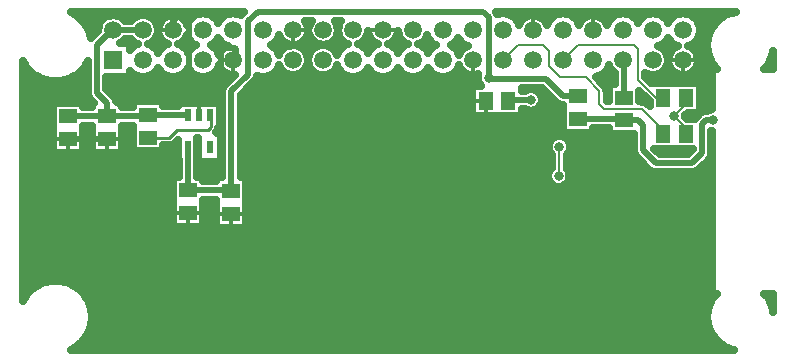
<source format=gbl>
G04 DipTrace 3.0.0.2*
G04 wifihat.GBL*
%MOMM*%
G04 #@! TF.FileFunction,Copper,L2,Bot*
G04 #@! TF.Part,Single*
G04 #@! TA.AperFunction,Conductor*
%ADD10C,0.254*%
%ADD14C,0.508*%
%ADD15C,0.1778*%
G04 #@! TA.AperFunction,CopperBalancing*
%ADD16C,0.635*%
%ADD17C,0.33*%
%ADD18R,1.5X1.3*%
%ADD19R,1.3X1.5*%
G04 #@! TA.AperFunction,ComponentPad*
%ADD20R,1.5X1.5*%
%ADD21C,1.5*%
%ADD28R,0.6X1.1*%
G04 #@! TA.AperFunction,ViaPad*
%ADD29C,0.8*%
%FSLAX35Y35*%
G04*
G71*
G90*
G75*
G01*
G04 Bottom*
%LPD*%
X1169000Y1419000D2*
D14*
Y1784000D1*
X1167000Y1786000D1*
X1169000Y1419000D2*
X1532000D1*
X1539000Y1412000D1*
Y2260000D1*
X1679000Y2400000D1*
Y2851000D1*
X1760000Y2932000D1*
X3669000D1*
X3716000Y2885000D1*
Y2375000D1*
X4472000Y2217000D2*
X4348000D1*
X4199000Y2366000D1*
X3716000D1*
Y2375000D1*
X4863000Y2204000D2*
Y2514367D1*
X4855000Y2522367D1*
X156000Y1855667D2*
X488667D1*
X489000Y1856000D1*
X1045000Y2776367D2*
Y2857000D1*
X1103000Y2915000D1*
X1153000D1*
X1178000Y2890000D1*
Y2390000D1*
X1228000Y2340000D1*
X1376000D1*
X1448000Y2412000D1*
Y2619000D1*
X1458000Y2629000D1*
X1567000D1*
X1579000Y2617000D1*
Y2548367D1*
X1553000Y2522367D1*
X5384000Y1898000D2*
D15*
Y1951000D1*
X5286000Y2049000D1*
X5386000Y2205000D2*
Y2149000D1*
X5286000Y2049000D1*
X4075000Y2187000D2*
D14*
X3888000D1*
X3880000Y2179000D1*
X4316000Y1789000D2*
D15*
Y1548000D1*
X4309000Y1541000D1*
X4472000Y2027000D2*
D14*
X4850000D1*
X4863000Y2014000D1*
X4981000D1*
X5023000Y1972000D1*
Y1759000D1*
X5133000Y1649000D1*
X5438000D1*
X5525240Y1736240D1*
Y1979240D1*
X5560000Y2014000D1*
X5615000D1*
X5194000Y1898000D2*
D15*
Y1933000D1*
X5015000Y2112000D1*
X4695000D1*
X4654000Y2153000D1*
Y2263000D1*
X4540000Y2377000D1*
X4323000D1*
X4227000Y2473000D1*
Y2600000D1*
X4179000Y2648000D1*
X3964633D1*
X3839000Y2522367D1*
X5196000Y2205000D2*
X5135000D1*
X4983000Y2357000D1*
Y2615000D1*
X4947000Y2651000D1*
X4475633D1*
X4347000Y2522367D1*
X832000Y1866667D2*
D10*
X1012667D1*
X1076000Y1930000D1*
X1339000D1*
X1362000Y1953000D1*
Y2051000D1*
X1357000Y2056000D1*
X156000Y2045667D2*
D14*
X488667D1*
X489000Y2046000D1*
X537000Y2776367D2*
X791000D1*
X537000D2*
X529367D1*
X402000Y2649000D1*
Y2247000D1*
X489000Y2160000D1*
Y2046000D1*
X821333D1*
X832000Y2056667D1*
X1166333D1*
X1167000Y2056000D1*
D29*
X3716000Y2375000D3*
X5286000Y2049000D3*
X4075000Y2187000D3*
X4316000Y1789000D3*
X4309000Y1541000D3*
X5615000Y2014000D3*
D3*
X274503Y2865083D2*
D16*
X439653D1*
X634297D2*
X693653D1*
X888297D2*
X947653D1*
X1142297D2*
X1181437D1*
X3956637D2*
X3995653D1*
X4190297D2*
X4229437D1*
X4464637D2*
X4503653D1*
X4698297D2*
X4737437D1*
X5480637D2*
X5661907D1*
X322500Y2801917D2*
X406167D1*
X5509287D2*
X5606470D1*
X349787Y2738750D2*
X375790D1*
X5506557D2*
X5576083D1*
X620777Y2675583D2*
X707297D1*
X874777D2*
X961297D1*
X1128777D2*
X1192227D1*
X1405847D2*
X1446110D1*
X1913847D2*
X1977297D1*
X2144777D2*
X2235883D1*
X2394063D2*
X2485297D1*
X2652777D2*
X2739297D1*
X2906777D2*
X2993297D1*
X3160777D2*
X3224227D1*
X3437847D2*
X3478110D1*
X5215847D2*
X5256110D1*
X5469847D2*
X5562813D1*
X907520Y2612417D2*
X928553D1*
X1161520D2*
X1182553D1*
X1415520D2*
X1457017D1*
X1923520D2*
X1965017D1*
X2157057D2*
X2219017D1*
X2411057D2*
X2452430D1*
X2685520D2*
X2706553D1*
X2939520D2*
X2960553D1*
X3193520D2*
X3214553D1*
X3447520D2*
X3489017D1*
X5205057D2*
X5267017D1*
X5459057D2*
X5563930D1*
X5493533Y2549250D2*
X5579930D1*
X5491177Y2486083D2*
X5613540D1*
X6086367D2*
X6121910D1*
X-221837Y2422917D2*
X-164093D1*
X263590D2*
X318233D1*
X899087D2*
X936893D1*
X1153087D2*
X1190893D1*
X1407087D2*
X1467560D1*
X1915087D2*
X1975560D1*
X2146390D2*
X2229560D1*
X2400390D2*
X2460863D1*
X2677087D2*
X2714893D1*
X2931087D2*
X2968893D1*
X3185087D2*
X3222893D1*
X3439087D2*
X3499560D1*
X4709087D2*
X4769560D1*
X5194390D2*
X5277560D1*
X5448390D2*
X5604857D1*
X-221837Y2359750D2*
X-58920D1*
X158293D2*
X318233D1*
X485840D2*
X1522873D1*
X1751500D2*
X3618870D1*
X4649803D2*
X4779233D1*
X5072723D2*
X5604857D1*
X-221837Y2296583D2*
X318233D1*
X485840D2*
X1464460D1*
X1691470D2*
X3566533D1*
X5509410D2*
X5604857D1*
X-221837Y2233417D2*
X319473D1*
X531480D2*
X1455157D1*
X1628220D2*
X3566533D1*
X4160903D2*
X4215670D1*
X5509410D2*
X5604857D1*
X-221837Y2170250D2*
X362883D1*
X572160D2*
X698613D1*
X965440D2*
X1455157D1*
X1622763D2*
X3566533D1*
X4171940D2*
X4278923D1*
X5039237D2*
X5072550D1*
X5509410D2*
X5604857D1*
X-221837Y2107083D2*
X22563D1*
X1622763D2*
X3566533D1*
X4003393D2*
X4022957D1*
X4127043D2*
X4338577D1*
X5509410D2*
X5604857D1*
X-221837Y2043917D2*
X22563D1*
X1622763D2*
X4338577D1*
X5384270D2*
X5474013D1*
X-221837Y1980750D2*
X22563D1*
X1622763D2*
X4338577D1*
X-221837Y1917583D2*
X22563D1*
X289387D2*
X355567D1*
X622390D2*
X698613D1*
X1422590D2*
X1455157D1*
X1622763D2*
X4338577D1*
X4605403D2*
X4729623D1*
X-221837Y1854417D2*
X22563D1*
X289387D2*
X355567D1*
X622390D2*
X698613D1*
X1622763D2*
X4244817D1*
X4387120D2*
X4939223D1*
X-221837Y1791250D2*
X22563D1*
X289387D2*
X355567D1*
X622390D2*
X698613D1*
X965440D2*
X1078623D1*
X1622763D2*
X4217657D1*
X4414407D2*
X4939223D1*
X-221837Y1728083D2*
X1078623D1*
X1622763D2*
X4240600D1*
X4391337D2*
X4945673D1*
X5169833D2*
X5401210D1*
X-221837Y1664917D2*
X1085197D1*
X1622763D2*
X4248660D1*
X4383277D2*
X5001237D1*
X5569810D2*
X5604943D1*
X-221837Y1601750D2*
X1085197D1*
X1252800D2*
X1455157D1*
X1622763D2*
X4233407D1*
X4384517D2*
X5064363D1*
X5506557D2*
X5604857D1*
X-221837Y1538583D2*
X1085197D1*
X1252800D2*
X1455157D1*
X1622763D2*
X4210587D1*
X4407337D2*
X5604857D1*
X-221837Y1475417D2*
X1035587D1*
X1672373D2*
X4237997D1*
X4379927D2*
X5604857D1*
X-221837Y1412250D2*
X1035587D1*
X1672373D2*
X5604857D1*
X-221837Y1349083D2*
X1035587D1*
X1672373D2*
X5604857D1*
X-221837Y1285917D2*
X1035587D1*
X1302410D2*
X1405547D1*
X1672373D2*
X5604857D1*
X-221837Y1222750D2*
X1035587D1*
X1302410D2*
X1405547D1*
X1672373D2*
X5604857D1*
X-221837Y1159583D2*
X1035587D1*
X1302410D2*
X1405547D1*
X1672373D2*
X5604857D1*
X-221837Y1096417D2*
X5604857D1*
X-221837Y1033250D2*
X5604857D1*
X-221837Y970083D2*
X5604857D1*
X-221837Y906917D2*
X5604857D1*
X-221837Y843750D2*
X5604857D1*
X-221837Y780583D2*
X5604857D1*
X-221837Y717417D2*
X5604857D1*
X-221837Y654250D2*
X9787D1*
X89583D2*
X5604857D1*
X-221837Y591083D2*
X-145613D1*
X244987D2*
X5604857D1*
X305633Y527917D2*
X5625570D1*
X6073840D2*
X6121910D1*
X340483Y464750D2*
X5586253D1*
X358593Y401583D2*
X5566287D1*
X362933Y338417D2*
X5561450D1*
X354127Y275250D2*
X5571000D1*
X330933Y212083D2*
X5596547D1*
X289013Y148917D2*
X5644173D1*
X214103Y85750D2*
X5741283D1*
X597490Y2664657D2*
X679290D1*
Y2610460D1*
X690387Y2622980D1*
X707363Y2637483D1*
X726403Y2649147D1*
X746333Y2657437D1*
X724607Y2668023D1*
X708473Y2679743D1*
X694377Y2693840D1*
X690347Y2698953D1*
X637830Y2698897D1*
X626853Y2686513D1*
X611690Y2673563D1*
X597373Y2664650D1*
X679290Y2434347D2*
Y2380077D1*
X479487D1*
X479470Y2279037D1*
X547910Y2210313D1*
X558027Y2195170D1*
X564330Y2178087D1*
X566270Y2165057D1*
X584180Y2163070D1*
X616070D1*
Y2123507D1*
X704923Y2123470D1*
X704930Y2173737D1*
X959070D1*
Y2134173D1*
X1084883Y2134137D1*
X1084930Y2163070D1*
X1439070D1*
Y1948930D1*
X1426543D1*
X1424980Y1937880D1*
X1419710Y1923597D1*
X1410510Y1910133D1*
X1411250Y1910937D1*
X1410510Y1910133D1*
X1418460Y1908290D1*
X1454290D1*
Y1663710D1*
X1259710D1*
Y1865247D1*
X1249070Y1861320D1*
Y1678930D1*
X1246467D1*
X1246470Y1536077D1*
X1296070Y1536070D1*
Y1496507D1*
X1411963Y1496470D1*
X1411930Y1529070D1*
X1461663D1*
X1461770Y2266077D1*
X1465320Y2283940D1*
X1472947Y2300477D1*
X1484220Y2314780D1*
X1484830Y2315343D1*
X1565340Y2395900D1*
X1543060Y2395687D1*
X1524253Y2398590D1*
X1506087Y2404273D1*
X1488977Y2412603D1*
X1473300Y2423397D1*
X1459413Y2436413D1*
X1447623Y2451353D1*
X1438200Y2467890D1*
X1434097Y2477647D1*
X1425780Y2457770D1*
X1414117Y2438730D1*
X1399613Y2421753D1*
X1382637Y2407250D1*
X1363597Y2395587D1*
X1342970Y2387040D1*
X1321260Y2381830D1*
X1299000Y2380077D1*
X1276740Y2381830D1*
X1255030Y2387040D1*
X1234403Y2395587D1*
X1215363Y2407250D1*
X1198387Y2421753D1*
X1183883Y2438730D1*
X1172017Y2458203D1*
X1160117Y2438730D1*
X1145613Y2421753D1*
X1128637Y2407250D1*
X1109597Y2395587D1*
X1088970Y2387040D1*
X1067260Y2381830D1*
X1045000Y2380077D1*
X1022740Y2381830D1*
X1001030Y2387040D1*
X980403Y2395587D1*
X961363Y2407250D1*
X944387Y2421753D1*
X929883Y2438730D1*
X918017Y2458203D1*
X906117Y2438730D1*
X891613Y2421753D1*
X874637Y2407250D1*
X855597Y2395587D1*
X834970Y2387040D1*
X813260Y2381830D1*
X791000Y2380077D1*
X768740Y2381830D1*
X747030Y2387040D1*
X726403Y2395587D1*
X707363Y2407250D1*
X690387Y2421753D1*
X679317Y2434377D1*
X410303Y2766827D2*
X410323Y2786337D1*
X413440Y2806030D1*
X419603Y2824993D1*
X428657Y2842760D1*
X440377Y2858893D1*
X454473Y2872990D1*
X470607Y2884710D1*
X488373Y2893763D1*
X507337Y2899927D1*
X527030Y2903043D1*
X546970D1*
X566663Y2899927D1*
X585627Y2893763D1*
X603393Y2884710D1*
X619527Y2872990D1*
X633623Y2858893D1*
X637653Y2853780D1*
X690170Y2853837D1*
X701147Y2866220D1*
X716310Y2879170D1*
X733310Y2889587D1*
X751733Y2897217D1*
X771123Y2901873D1*
X791000Y2903437D1*
X810877Y2901873D1*
X830267Y2897217D1*
X848690Y2889587D1*
X865690Y2879170D1*
X880853Y2866220D1*
X893803Y2851057D1*
X904220Y2834057D1*
X911850Y2815633D1*
X916507Y2796243D1*
X917960Y2779133D1*
X919483Y2796183D1*
X923853Y2814707D1*
X930937Y2832370D1*
X940583Y2848780D1*
X952567Y2863563D1*
X966627Y2876390D1*
X982447Y2886973D1*
X999667Y2895077D1*
X1017907Y2900513D1*
X1036753Y2903170D1*
X1055783Y2902977D1*
X1074573Y2899947D1*
X1092700Y2894143D1*
X1109753Y2885700D1*
X1125357Y2874800D1*
X1139160Y2861697D1*
X1150847Y2846673D1*
X1160160Y2830077D1*
X1163920Y2821033D1*
X1172220Y2840963D1*
X1183883Y2860003D1*
X1198387Y2876980D1*
X1215363Y2891483D1*
X1234403Y2903147D1*
X1255030Y2911693D1*
X1276740Y2916903D1*
X1299000Y2918657D1*
X1321260Y2916903D1*
X1342970Y2911693D1*
X1363597Y2903147D1*
X1382637Y2891483D1*
X1399613Y2876980D1*
X1414117Y2860003D1*
X1425983Y2840530D1*
X1437883Y2860003D1*
X1452387Y2876980D1*
X1469363Y2891483D1*
X1488403Y2903147D1*
X1509030Y2911693D1*
X1530740Y2916903D1*
X1553000Y2918657D1*
X1575260Y2916903D1*
X1596970Y2911693D1*
X1620377Y2901590D1*
X1646760Y2928317D1*
X178043Y2928250D1*
X210150Y2911130D1*
X230200Y2897737D1*
X249133Y2882807D1*
X266840Y2866440D1*
X283207Y2848733D1*
X298137Y2829800D1*
X311530Y2809750D1*
X323313Y2788713D1*
X333407Y2766817D1*
X341753Y2744193D1*
X351000Y2707407D1*
X410277Y2766833D1*
X835667Y2657437D2*
X855597Y2649147D1*
X874637Y2637483D1*
X891613Y2622980D1*
X906117Y2606003D1*
X917983Y2586530D1*
X929883Y2606003D1*
X944387Y2622980D1*
X961363Y2637483D1*
X980403Y2649147D1*
X1000333Y2657437D1*
X980977Y2666603D1*
X965300Y2677397D1*
X951413Y2690413D1*
X939623Y2705353D1*
X930200Y2721890D1*
X923350Y2739647D1*
X919230Y2758227D1*
X918017Y2772677D1*
X916507Y2756490D1*
X911850Y2737100D1*
X904220Y2718677D1*
X893803Y2701677D1*
X880853Y2686513D1*
X865690Y2673563D1*
X848690Y2663147D1*
X835570Y2657473D1*
X1089667Y2657437D2*
X1109597Y2649147D1*
X1128637Y2637483D1*
X1145613Y2622980D1*
X1160117Y2606003D1*
X1171983Y2586530D1*
X1183883Y2606003D1*
X1198387Y2622980D1*
X1215363Y2637483D1*
X1234837Y2649350D1*
X1215363Y2661250D1*
X1198387Y2675753D1*
X1183883Y2692730D1*
X1172220Y2711770D1*
X1163930Y2731700D1*
X1156530Y2715477D1*
X1146187Y2699503D1*
X1133570Y2685250D1*
X1118970Y2673043D1*
X1102707Y2663157D1*
X1089700Y2657450D1*
X1363163Y2649350D2*
X1382637Y2637483D1*
X1399613Y2622980D1*
X1414117Y2606003D1*
X1425780Y2586963D1*
X1434070Y2567033D1*
X1441877Y2584000D1*
X1452330Y2599903D1*
X1465040Y2614070D1*
X1479723Y2626180D1*
X1496050Y2635960D1*
X1508253Y2641283D1*
X1488403Y2649587D1*
X1469363Y2661250D1*
X1452387Y2675753D1*
X1437883Y2692730D1*
X1426017Y2712203D1*
X1414117Y2692730D1*
X1399613Y2675753D1*
X1382637Y2661250D1*
X1363163Y2649383D1*
X1942070Y2477700D2*
X1933780Y2457770D1*
X1922117Y2438730D1*
X1907613Y2421753D1*
X1890637Y2407250D1*
X1871597Y2395587D1*
X1850970Y2387040D1*
X1829260Y2381830D1*
X1807000Y2380077D1*
X1784740Y2381830D1*
X1763030Y2387040D1*
X1755783Y2389713D1*
X1752680Y2376060D1*
X1745053Y2359523D1*
X1733780Y2345220D1*
X1616353Y2227793D1*
X1616470Y1529130D1*
X1666070Y1529070D1*
Y1104930D1*
X1411930D1*
X1411957Y1339070D1*
X1405000Y1341530D1*
X1295983D1*
X1296070Y1111930D1*
X1041930D1*
Y1536070D1*
X1091663D1*
X1091530Y1678830D1*
X1084930Y1678930D1*
Y1847477D1*
X1050737Y1814267D1*
X1037453Y1806827D1*
X1022800Y1802693D1*
X1012667Y1801897D1*
X958963D1*
X959070Y1749597D1*
X704930D1*
Y1968497D1*
X616073Y1968530D1*
X616070Y1738930D1*
X361930D1*
X361667Y1968197D1*
X283160D1*
X283070Y1738597D1*
X28930D1*
Y2162737D1*
X283070D1*
Y2123173D1*
X362003Y2123137D1*
X361930Y2163070D1*
X376440D1*
X343090Y2196687D1*
X332973Y2211830D1*
X326670Y2228913D1*
X324530Y2247000D1*
X324563Y2247830D1*
X324530Y2512287D1*
X311530Y2488850D1*
X298137Y2468800D1*
X283207Y2449867D1*
X266840Y2432160D1*
X249133Y2415793D1*
X230200Y2400863D1*
X210150Y2387470D1*
X189113Y2375687D1*
X167217Y2365593D1*
X144593Y2357247D1*
X121387Y2350700D1*
X97740Y2345997D1*
X73793Y2343163D1*
X49700Y2342217D1*
X25607Y2343163D1*
X1660Y2345997D1*
X-21987Y2350700D1*
X-45193Y2357247D1*
X-67817Y2365593D1*
X-89713Y2375687D1*
X-110750Y2387470D1*
X-130800Y2400863D1*
X-149733Y2415793D1*
X-167440Y2432160D1*
X-183807Y2449867D1*
X-198737Y2468800D1*
X-212130Y2488850D1*
X-228290Y2519380D1*
X-228250Y479467D1*
X-212130Y509450D1*
X-198737Y529500D1*
X-183807Y548433D1*
X-167440Y566140D1*
X-149733Y582507D1*
X-130800Y597437D1*
X-110750Y610830D1*
X-89713Y622613D1*
X-67817Y632707D1*
X-45193Y641053D1*
X-21987Y647600D1*
X1660Y652303D1*
X25607Y655137D1*
X49700Y656083D1*
X73793Y655137D1*
X97740Y652303D1*
X121387Y647600D1*
X144593Y641053D1*
X167217Y632707D1*
X189113Y622613D1*
X210150Y610830D1*
X230200Y597437D1*
X249133Y582507D1*
X266840Y566140D1*
X283207Y548433D1*
X298137Y529500D1*
X311530Y509450D1*
X323313Y488413D1*
X333407Y466517D1*
X341753Y443893D1*
X348300Y420687D1*
X353003Y397040D1*
X355837Y373093D1*
X356783Y349000D1*
X355837Y324907D1*
X353003Y300960D1*
X348300Y277313D1*
X341753Y254107D1*
X333407Y231483D1*
X323313Y209587D1*
X311530Y188550D1*
X298137Y168500D1*
X283207Y149567D1*
X266840Y131860D1*
X249133Y115493D1*
X230200Y100563D1*
X210150Y87170D1*
X181157Y71720D1*
X5796127Y71750D1*
X5762530Y80423D1*
X5741750Y88090D1*
X5721637Y97363D1*
X5702313Y108183D1*
X5683897Y120490D1*
X5666500Y134203D1*
X5650237Y149237D1*
X5635203Y165500D1*
X5621490Y182897D1*
X5609183Y201313D1*
X5598363Y220637D1*
X5589090Y240750D1*
X5581423Y261530D1*
X5575410Y282850D1*
X5571090Y304573D1*
X5568487Y326567D1*
X5567617Y348700D1*
X5568487Y370833D1*
X5571090Y392827D1*
X5575410Y414550D1*
X5581423Y435870D1*
X5589090Y456650D1*
X5598363Y476763D1*
X5609183Y496087D1*
X5621490Y514503D1*
X5647593Y545303D1*
X5611250Y545250D1*
Y1922033D1*
X5602700Y1922813D1*
X5602470Y1730163D1*
X5598920Y1712300D1*
X5591293Y1695763D1*
X5580020Y1681460D1*
X5579410Y1680897D1*
X5488313Y1590090D1*
X5473170Y1579973D1*
X5456087Y1573670D1*
X5438000Y1571530D1*
X5437170Y1571563D1*
X5126923Y1571770D1*
X5109060Y1575320D1*
X5092523Y1582947D1*
X5078220Y1594220D1*
X5077657Y1594830D1*
X4964090Y1708687D1*
X4953973Y1723830D1*
X4947670Y1740913D1*
X4945530Y1759000D1*
X4945563Y1759830D1*
X4945530Y1897037D1*
X4735930Y1896930D1*
Y1949640D1*
X4599100Y1949530D1*
X4599070Y1909930D1*
X4344930D1*
Y2139657D1*
X4329913Y2141670D1*
X4312830Y2147973D1*
X4297687Y2158090D1*
X4166847Y2288593D1*
X3996967Y2288530D1*
X3997070Y2264523D1*
X4025293Y2264470D1*
X4039767Y2272060D1*
X4053507Y2276527D1*
X4067777Y2278787D1*
X4082223D1*
X4096493Y2276527D1*
X4110233Y2272060D1*
X4123107Y2265503D1*
X4134793Y2257010D1*
X4145010Y2246793D1*
X4153503Y2235107D1*
X4160060Y2222233D1*
X4164527Y2208493D1*
X4166787Y2194223D1*
Y2179777D1*
X4164527Y2165507D1*
X4160060Y2151767D1*
X4153503Y2138893D1*
X4145010Y2127207D1*
X4134793Y2116990D1*
X4123107Y2108497D1*
X4110233Y2101940D1*
X4096493Y2097473D1*
X4082223Y2095213D1*
X4067777D1*
X4053507Y2097473D1*
X4039767Y2101940D1*
X4025320Y2109550D1*
X3996990Y2109530D1*
X3997070Y2051930D1*
X3572930D1*
Y2306070D1*
X3654960D1*
X3641513Y2320883D1*
X3633967Y2333200D1*
X3628437Y2346550D1*
X3625063Y2360597D1*
X3623930Y2375000D1*
X3625063Y2389403D1*
X3628277Y2402880D1*
X3606693Y2397163D1*
X3587750Y2395327D1*
X3568747Y2396340D1*
X3550107Y2400183D1*
X3532247Y2406763D1*
X3515573Y2415940D1*
X3500457Y2427503D1*
X3487237Y2441193D1*
X3476210Y2456707D1*
X3467623Y2473690D1*
X3466097Y2477647D1*
X3457780Y2457770D1*
X3446117Y2438730D1*
X3431613Y2421753D1*
X3414637Y2407250D1*
X3395597Y2395587D1*
X3374970Y2387040D1*
X3353260Y2381830D1*
X3331000Y2380077D1*
X3308740Y2381830D1*
X3287030Y2387040D1*
X3266403Y2395587D1*
X3247363Y2407250D1*
X3230387Y2421753D1*
X3215883Y2438730D1*
X3204017Y2458203D1*
X3192117Y2438730D1*
X3177613Y2421753D1*
X3160637Y2407250D1*
X3141597Y2395587D1*
X3120970Y2387040D1*
X3099260Y2381830D1*
X3077000Y2380077D1*
X3054740Y2381830D1*
X3033030Y2387040D1*
X3012403Y2395587D1*
X2993363Y2407250D1*
X2976387Y2421753D1*
X2961883Y2438730D1*
X2950017Y2458203D1*
X2938117Y2438730D1*
X2923613Y2421753D1*
X2906637Y2407250D1*
X2887597Y2395587D1*
X2866970Y2387040D1*
X2845260Y2381830D1*
X2823000Y2380077D1*
X2800740Y2381830D1*
X2779030Y2387040D1*
X2758403Y2395587D1*
X2739363Y2407250D1*
X2722387Y2421753D1*
X2707883Y2438730D1*
X2696017Y2458203D1*
X2684117Y2438730D1*
X2669613Y2421753D1*
X2652637Y2407250D1*
X2633597Y2395587D1*
X2612970Y2387040D1*
X2591260Y2381830D1*
X2569000Y2380077D1*
X2546740Y2381830D1*
X2525030Y2387040D1*
X2504403Y2395587D1*
X2485363Y2407250D1*
X2468387Y2421753D1*
X2453883Y2438730D1*
X2442220Y2457770D1*
X2433930Y2477700D1*
X2423343Y2455973D1*
X2411623Y2439840D1*
X2397527Y2425743D1*
X2381393Y2414023D1*
X2363627Y2404970D1*
X2344663Y2398807D1*
X2324970Y2395690D1*
X2305030D1*
X2285337Y2398807D1*
X2266373Y2404970D1*
X2248607Y2414023D1*
X2232473Y2425743D1*
X2218377Y2439840D1*
X2206657Y2455973D1*
X2197603Y2473740D1*
X2191440Y2492703D1*
X2188323Y2512397D1*
X2188040Y2519600D1*
X2186507Y2502490D1*
X2181850Y2483100D1*
X2174220Y2464677D1*
X2163803Y2447677D1*
X2150853Y2432513D1*
X2135690Y2419563D1*
X2118690Y2409147D1*
X2100267Y2401517D1*
X2080877Y2396860D1*
X2061000Y2395297D1*
X2041123Y2396860D1*
X2021733Y2401517D1*
X2003310Y2409147D1*
X1986310Y2419563D1*
X1971147Y2432513D1*
X1958197Y2447677D1*
X1947780Y2464677D1*
X1942107Y2477797D1*
X1871163Y2649350D2*
X1890637Y2637483D1*
X1907613Y2622980D1*
X1922117Y2606003D1*
X1933780Y2586963D1*
X1942070Y2567033D1*
X1952657Y2588760D1*
X1964377Y2604893D1*
X1978473Y2618990D1*
X1994607Y2630710D1*
X2012373Y2639763D1*
X2031337Y2645927D1*
X2051030Y2649043D1*
X2058233Y2649327D1*
X2038470Y2651310D1*
X2020047Y2656077D1*
X2002540Y2663543D1*
X1986343Y2673540D1*
X1971823Y2685843D1*
X1959303Y2700180D1*
X1949067Y2716223D1*
X1942097Y2731647D1*
X1933780Y2711770D1*
X1922117Y2692730D1*
X1907613Y2675753D1*
X1890637Y2661250D1*
X1871163Y2649383D1*
X2063767Y2649327D2*
X2080877Y2647873D1*
X2100267Y2643217D1*
X2118690Y2635587D1*
X2135690Y2625170D1*
X2150853Y2612220D1*
X2163803Y2597057D1*
X2174220Y2580057D1*
X2181850Y2561633D1*
X2186507Y2542243D1*
X2187960Y2525133D1*
X2189493Y2542243D1*
X2194150Y2561633D1*
X2201780Y2580057D1*
X2212197Y2597057D1*
X2225147Y2612220D1*
X2240310Y2625170D1*
X2257310Y2635587D1*
X2275733Y2643217D1*
X2295123Y2647873D1*
X2315000Y2649437D1*
X2334877Y2647873D1*
X2354267Y2643217D1*
X2372690Y2635587D1*
X2389690Y2625170D1*
X2404853Y2612220D1*
X2417803Y2597057D1*
X2428220Y2580057D1*
X2433893Y2566937D1*
X2442220Y2586963D1*
X2453883Y2606003D1*
X2468387Y2622980D1*
X2485363Y2637483D1*
X2504403Y2649147D1*
X2524333Y2657437D1*
X2502607Y2668023D1*
X2486473Y2679743D1*
X2472377Y2693840D1*
X2460657Y2709973D1*
X2451603Y2727740D1*
X2445440Y2746703D1*
X2442323Y2766397D1*
Y2786337D1*
X2445440Y2806030D1*
X2451603Y2824993D1*
X2460657Y2842760D1*
X2468973Y2854577D1*
X2411527Y2854530D1*
X2420973Y2841307D1*
X2429830Y2823930D1*
X2435857Y2805380D1*
X2438907Y2786120D1*
Y2766613D1*
X2435857Y2747353D1*
X2429830Y2728803D1*
X2420973Y2711427D1*
X2409510Y2695647D1*
X2395720Y2681857D1*
X2379940Y2670393D1*
X2362563Y2661537D1*
X2344013Y2655510D1*
X2324753Y2652460D1*
X2305247D1*
X2285987Y2655510D1*
X2267437Y2661537D1*
X2250060Y2670393D1*
X2234280Y2681857D1*
X2220490Y2695647D1*
X2209027Y2711427D1*
X2200170Y2728803D1*
X2194143Y2747353D1*
X2191093Y2766613D1*
Y2786120D1*
X2194143Y2805380D1*
X2200170Y2823930D1*
X2209027Y2841307D1*
X2218483Y2854543D1*
X2161247Y2854530D1*
X2173333Y2835763D1*
X2180943Y2818320D1*
X2185867Y2799933D1*
X2187983Y2781020D1*
X2187437Y2763687D1*
X2184123Y2744947D1*
X2178050Y2726910D1*
X2169350Y2709980D1*
X2158220Y2694543D1*
X2144910Y2680940D1*
X2129717Y2669480D1*
X2112980Y2660413D1*
X2095080Y2653953D1*
X2076413Y2650233D1*
X2064867Y2649380D1*
X2613667Y2657437D2*
X2633597Y2649147D1*
X2652637Y2637483D1*
X2669613Y2622980D1*
X2684117Y2606003D1*
X2695983Y2586530D1*
X2707883Y2606003D1*
X2722387Y2622980D1*
X2739363Y2637483D1*
X2758403Y2649147D1*
X2778333Y2657437D1*
X2758977Y2666603D1*
X2743300Y2677397D1*
X2729413Y2690413D1*
X2717623Y2705353D1*
X2708200Y2721890D1*
X2701350Y2739647D1*
X2697230Y2758227D1*
X2696017Y2772677D1*
X2694507Y2756490D1*
X2689850Y2737100D1*
X2682220Y2718677D1*
X2671803Y2701677D1*
X2658853Y2686513D1*
X2643690Y2673563D1*
X2626690Y2663147D1*
X2613570Y2657473D1*
X2867667Y2657437D2*
X2887597Y2649147D1*
X2906637Y2637483D1*
X2923613Y2622980D1*
X2938117Y2606003D1*
X2949983Y2586530D1*
X2961883Y2606003D1*
X2976387Y2622980D1*
X2993363Y2637483D1*
X3012403Y2649147D1*
X3032333Y2657437D1*
X3010607Y2668023D1*
X2994473Y2679743D1*
X2980377Y2693840D1*
X2968657Y2709973D1*
X2959603Y2727740D1*
X2953440Y2746703D1*
X2950323Y2766397D1*
X2949910Y2770020D1*
X2947540Y2751137D1*
X2942373Y2732817D1*
X2934530Y2715477D1*
X2924187Y2699503D1*
X2911570Y2685250D1*
X2896970Y2673043D1*
X2880707Y2663157D1*
X2867700Y2657450D1*
X3121667Y2657437D2*
X3141597Y2649147D1*
X3160637Y2637483D1*
X3177613Y2622980D1*
X3192117Y2606003D1*
X3203983Y2586530D1*
X3215883Y2606003D1*
X3230387Y2622980D1*
X3247363Y2637483D1*
X3266837Y2649350D1*
X3247363Y2661250D1*
X3230387Y2675753D1*
X3215883Y2692730D1*
X3204220Y2711770D1*
X3195930Y2731700D1*
X3185343Y2709973D1*
X3173623Y2693840D1*
X3159527Y2679743D1*
X3143393Y2668023D1*
X3125627Y2658970D1*
X3121570Y2657473D1*
X3395163Y2649350D2*
X3414637Y2637483D1*
X3431613Y2622980D1*
X3446117Y2606003D1*
X3457780Y2586963D1*
X3466070Y2567033D1*
X3473877Y2584000D1*
X3484330Y2599903D1*
X3497040Y2614070D1*
X3511723Y2626180D1*
X3528050Y2635960D1*
X3540253Y2641283D1*
X3520403Y2649587D1*
X3501363Y2661250D1*
X3484387Y2675753D1*
X3469883Y2692730D1*
X3458017Y2712203D1*
X3446117Y2692730D1*
X3431613Y2675753D1*
X3414637Y2661250D1*
X3395163Y2649383D1*
X3789420Y2909623D2*
X3805783Y2914727D1*
X3827837Y2918217D1*
X3850163D1*
X3872217Y2914727D1*
X3893453Y2907827D1*
X3913347Y2897690D1*
X3931410Y2884563D1*
X3947197Y2868777D1*
X3960323Y2850713D1*
X3970460Y2830820D1*
X3974070Y2821033D1*
X3981877Y2838000D1*
X3992330Y2853903D1*
X4005040Y2868070D1*
X4019723Y2880180D1*
X4036050Y2889960D1*
X4053653Y2897193D1*
X4072140Y2901713D1*
X4091097Y2903423D1*
X4110093Y2902280D1*
X4128710Y2898317D1*
X4146523Y2891613D1*
X4163137Y2882327D1*
X4178173Y2870663D1*
X4191303Y2856887D1*
X4202227Y2841300D1*
X4211920Y2821033D1*
X4220220Y2840963D1*
X4231883Y2860003D1*
X4246387Y2876980D1*
X4263363Y2891483D1*
X4282403Y2903147D1*
X4303030Y2911693D1*
X4324740Y2916903D1*
X4347000Y2918657D1*
X4369260Y2916903D1*
X4390970Y2911693D1*
X4411597Y2903147D1*
X4430637Y2891483D1*
X4447613Y2876980D1*
X4462117Y2860003D1*
X4473780Y2840963D1*
X4482070Y2821033D1*
X4489877Y2838000D1*
X4500330Y2853903D1*
X4513040Y2868070D1*
X4527723Y2880180D1*
X4544050Y2889960D1*
X4561653Y2897193D1*
X4580140Y2901713D1*
X4599097Y2903423D1*
X4618093Y2902280D1*
X4636710Y2898317D1*
X4654523Y2891613D1*
X4671137Y2882327D1*
X4686173Y2870663D1*
X4699303Y2856887D1*
X4710227Y2841300D1*
X4719920Y2821033D1*
X4728220Y2840963D1*
X4739883Y2860003D1*
X4754387Y2876980D1*
X4771363Y2891483D1*
X4790403Y2903147D1*
X4811030Y2911693D1*
X4832740Y2916903D1*
X4855000Y2918657D1*
X4877260Y2916903D1*
X4898970Y2911693D1*
X4919597Y2903147D1*
X4938637Y2891483D1*
X4955613Y2876980D1*
X4970117Y2860003D1*
X4981983Y2840530D1*
X4993883Y2860003D1*
X5008387Y2876980D1*
X5025363Y2891483D1*
X5044403Y2903147D1*
X5065030Y2911693D1*
X5086740Y2916903D1*
X5109000Y2918657D1*
X5131260Y2916903D1*
X5152970Y2911693D1*
X5173597Y2903147D1*
X5192637Y2891483D1*
X5209613Y2876980D1*
X5224117Y2860003D1*
X5235983Y2840530D1*
X5247883Y2860003D1*
X5262387Y2876980D1*
X5279363Y2891483D1*
X5298403Y2903147D1*
X5319030Y2911693D1*
X5340740Y2916903D1*
X5363000Y2918657D1*
X5385260Y2916903D1*
X5406970Y2911693D1*
X5427597Y2903147D1*
X5446637Y2891483D1*
X5463613Y2876980D1*
X5478117Y2860003D1*
X5489780Y2840963D1*
X5498327Y2820337D1*
X5503537Y2798627D1*
X5505290Y2776367D1*
X5503537Y2754107D1*
X5498327Y2732397D1*
X5489780Y2711770D1*
X5478117Y2692730D1*
X5463613Y2675753D1*
X5446637Y2661250D1*
X5427597Y2649587D1*
X5407667Y2641297D1*
X5427753Y2631700D1*
X5443357Y2620800D1*
X5457160Y2607697D1*
X5468847Y2592673D1*
X5478160Y2576077D1*
X5484890Y2558277D1*
X5488887Y2539667D1*
X5490070Y2522367D1*
X5488643Y2503387D1*
X5484400Y2484833D1*
X5477433Y2467123D1*
X5467900Y2450653D1*
X5456010Y2435790D1*
X5442037Y2422870D1*
X5426290Y2412180D1*
X5409123Y2403963D1*
X5390920Y2398403D1*
X5372093Y2395623D1*
X5353060Y2395687D1*
X5334253Y2398590D1*
X5316087Y2404273D1*
X5298977Y2412603D1*
X5283300Y2423397D1*
X5269413Y2436413D1*
X5257623Y2451353D1*
X5248200Y2467890D1*
X5241350Y2485647D1*
X5237230Y2504227D1*
X5236017Y2518677D1*
X5234507Y2502490D1*
X5229850Y2483100D1*
X5222220Y2464677D1*
X5211803Y2447677D1*
X5198853Y2432513D1*
X5183690Y2419563D1*
X5166690Y2409147D1*
X5148267Y2401517D1*
X5128877Y2396860D1*
X5109000Y2395297D1*
X5089123Y2396860D1*
X5069733Y2401517D1*
X5051310Y2409147D1*
X5043933Y2413280D1*
X5043960Y2382207D1*
X5094070Y2332140D1*
X5503070Y2332070D1*
Y2077930D1*
X5401000D1*
X5377977Y2054767D1*
X5377847Y2043327D1*
X5396040Y2025070D1*
X5462763D1*
X5470460Y2034020D1*
X5509687Y2072910D1*
X5524830Y2083027D1*
X5541913Y2089330D1*
X5560000Y2091470D1*
X5560880Y2091437D1*
X5566893Y2092503D1*
X5579767Y2099060D1*
X5593507Y2103527D1*
X5611247Y2105923D1*
X5611250Y2450750D1*
X5649573D1*
X5635503Y2466100D1*
X5621790Y2483497D1*
X5609483Y2501913D1*
X5598663Y2521237D1*
X5589390Y2541350D1*
X5581723Y2562130D1*
X5575710Y2583450D1*
X5571390Y2605173D1*
X5568787Y2627167D1*
X5567917Y2649300D1*
X5568787Y2671433D1*
X5571390Y2693427D1*
X5575710Y2715150D1*
X5581723Y2736470D1*
X5589390Y2757250D1*
X5598663Y2777363D1*
X5609483Y2796687D1*
X5621790Y2815103D1*
X5635503Y2832500D1*
X5650537Y2848763D1*
X5666800Y2863797D1*
X5684197Y2877510D1*
X5702613Y2889817D1*
X5721937Y2900637D1*
X5742050Y2909910D1*
X5762830Y2917577D1*
X5784150Y2923590D1*
X5809050Y2928287D1*
X3780180Y2928247D1*
X3787927Y2913687D1*
X3787573Y2914647D1*
X3787927Y2913687D1*
X4736070Y2477700D2*
X4727780Y2457770D1*
X4716117Y2438730D1*
X4701613Y2421753D1*
X4684637Y2407250D1*
X4665597Y2395587D1*
X4644970Y2387040D1*
X4621570Y2381630D1*
X4703317Y2298830D1*
X4710320Y2286330D1*
X4714210Y2272537D1*
X4714960Y2263000D1*
Y2178293D1*
X4720353Y2172857D1*
X4736053Y2172960D1*
X4735930Y2321070D1*
X4785663D1*
X4785530Y2415957D1*
X4772473Y2425743D1*
X4758377Y2439840D1*
X4746657Y2455973D1*
X4737603Y2473740D1*
X4736107Y2477797D1*
X5153570Y2641260D2*
X5166690Y2635587D1*
X5183690Y2625170D1*
X5198853Y2612220D1*
X5211803Y2597057D1*
X5222220Y2580057D1*
X5229850Y2561633D1*
X5234507Y2542243D1*
X5235960Y2525133D1*
X5237483Y2542183D1*
X5241853Y2560707D1*
X5248937Y2578370D1*
X5258583Y2594780D1*
X5270567Y2609563D1*
X5284627Y2622390D1*
X5300447Y2632973D1*
X5318253Y2641283D1*
X5298403Y2649587D1*
X5279363Y2661250D1*
X5262387Y2675753D1*
X5247883Y2692730D1*
X5236017Y2712203D1*
X5224117Y2692730D1*
X5209613Y2675753D1*
X5192637Y2661250D1*
X5173597Y2649587D1*
X5153667Y2641297D1*
X4990070Y2263647D2*
Y2172863D1*
X5024537Y2172210D1*
X5038330Y2168320D1*
X5050830Y2161317D1*
X5058107Y2155107D1*
X5078890Y2134320D1*
X5078930Y2174793D1*
X4990077Y2263713D1*
X5311070Y1770930D2*
X5120693D1*
X5165040Y1726520D1*
X5405977Y1726470D1*
X5447853Y1768413D1*
X5437570Y1770930D1*
X5266930Y1771053D1*
X6128290Y2603560D2*
X6124290Y2583450D1*
X6118277Y2562130D1*
X6110610Y2541350D1*
X6101337Y2521237D1*
X6090517Y2501913D1*
X6078210Y2483497D1*
X6064497Y2466100D1*
X6050343Y2450790D1*
X6128303Y2450750D1*
X6128250Y2602883D1*
X6051807Y545303D2*
X6077910Y514503D1*
X6090217Y496087D1*
X6101037Y476763D1*
X6110310Y456650D1*
X6117977Y435870D1*
X6123990Y414550D1*
X6128293Y392913D1*
X6128253Y545333D1*
X6051980Y545250D1*
X4376960Y1719920D2*
Y1603090D1*
X4387503Y1589107D1*
X4394060Y1576233D1*
X4398527Y1562493D1*
X4400787Y1548223D1*
Y1533777D1*
X4398527Y1519507D1*
X4394060Y1505767D1*
X4387503Y1492893D1*
X4379010Y1481207D1*
X4368793Y1470990D1*
X4357107Y1462497D1*
X4344233Y1455940D1*
X4330493Y1451473D1*
X4316223Y1449213D1*
X4301777D1*
X4287507Y1451473D1*
X4273767Y1455940D1*
X4260893Y1462497D1*
X4249207Y1470990D1*
X4238990Y1481207D1*
X4230497Y1492893D1*
X4223940Y1505767D1*
X4219473Y1519507D1*
X4217213Y1533777D1*
Y1548223D1*
X4219473Y1562493D1*
X4223940Y1576233D1*
X4230497Y1589107D1*
X4238990Y1600793D1*
X4249207Y1611010D1*
X4255093Y1615627D1*
X4255040Y1720020D1*
X4241513Y1734883D1*
X4233967Y1747200D1*
X4228437Y1760550D1*
X4225063Y1774597D1*
X4223930Y1789000D1*
X4225063Y1803403D1*
X4228437Y1817450D1*
X4233967Y1830800D1*
X4241513Y1843117D1*
X4250897Y1854103D1*
X4261883Y1863487D1*
X4274200Y1871033D1*
X4287550Y1876563D1*
X4301597Y1879937D1*
X4316000Y1881070D1*
X4330403Y1879937D1*
X4344450Y1876563D1*
X4357800Y1871033D1*
X4370117Y1863487D1*
X4381103Y1854103D1*
X4390487Y1843117D1*
X4398033Y1830800D1*
X4403563Y1817450D1*
X4406937Y1803403D1*
X4408070Y1789000D1*
X4406937Y1774597D1*
X4403563Y1760550D1*
X4398033Y1747200D1*
X4390487Y1734883D1*
X4376937Y1720043D1*
X1045000Y2903313D2*
D17*
Y2776367D1*
X918053D2*
X1045000D1*
X1553000Y2522367D2*
Y2395420D1*
X2061000Y2776367D2*
Y2649420D1*
Y2776367D2*
X2187947D1*
X2696053D2*
X2949947D1*
X3585000Y2522367D2*
Y2395420D1*
X4093000Y2903313D2*
Y2776367D1*
X4601000Y2903313D2*
Y2776367D1*
X5363000Y2522367D2*
Y2395420D1*
X5236053Y2522367D2*
X5489947D1*
X3690000Y2179000D2*
Y2052053D1*
X3573053Y2179000D2*
X3690000D1*
X156000Y1855667D2*
Y1738720D1*
X29053Y1855667D2*
X282947D1*
X489000Y1856000D2*
Y1739053D1*
X362053Y1856000D2*
X615947D1*
X1539000Y1222000D2*
Y1105053D1*
X1412053Y1222000D2*
X1665947D1*
X1169000Y1229000D2*
Y1112053D1*
X1042053Y1229000D2*
X1295947D1*
X1262000Y2162947D2*
Y2056000D1*
D18*
X156000Y2045667D3*
Y1855667D3*
X489000Y2046000D3*
Y1856000D3*
X1169000Y1419000D3*
Y1229000D3*
X1539000Y1412000D3*
Y1222000D3*
D19*
X3880000Y2179000D3*
X3690000D3*
D20*
X537000Y2522367D3*
D21*
Y2776367D3*
X791000Y2522367D3*
Y2776367D3*
X1045000Y2522367D3*
Y2776367D3*
X1299000Y2522367D3*
Y2776367D3*
X1553000Y2522367D3*
Y2776367D3*
X1807000Y2522367D3*
Y2776367D3*
X2061000Y2522367D3*
Y2776367D3*
X2315000Y2522367D3*
Y2776367D3*
X2569000Y2522367D3*
Y2776367D3*
X2823000Y2522367D3*
Y2776367D3*
X3077000Y2522367D3*
Y2776367D3*
X3331000Y2522367D3*
Y2776367D3*
X3585000Y2522367D3*
Y2776367D3*
X3839000Y2522367D3*
Y2776367D3*
X4093000Y2522367D3*
Y2776367D3*
X4347000Y2522367D3*
Y2776367D3*
X4601000Y2522367D3*
Y2776367D3*
X4855000Y2522367D3*
Y2776367D3*
X5109000Y2522367D3*
Y2776367D3*
X5363000Y2522367D3*
Y2776367D3*
D18*
X832000Y2056667D3*
Y1866667D3*
X4472000Y2217000D3*
Y2027000D3*
X4863000Y2204000D3*
Y2014000D3*
D19*
X5194000Y1898000D3*
X5384000D3*
X5196000Y2205000D3*
X5386000D3*
D28*
X1167000Y2056000D3*
X1262000D3*
X1357000D3*
Y1786000D3*
X1167000D3*
M02*

</source>
